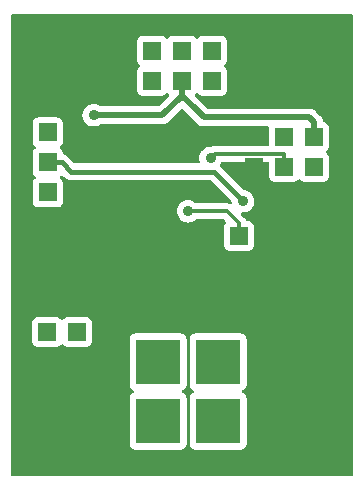
<source format=gbr>
%TF.GenerationSoftware,KiCad,Pcbnew,6.0.11+dfsg-1~bpo11+1*%
%TF.CreationDate,2023-05-28T01:27:10+00:00*%
%TF.ProjectId,I2CADC01,49324341-4443-4303-912e-6b696361645f,rev?*%
%TF.SameCoordinates,Original*%
%TF.FileFunction,Copper,L1,Top*%
%TF.FilePolarity,Positive*%
%FSLAX46Y46*%
G04 Gerber Fmt 4.6, Leading zero omitted, Abs format (unit mm)*
G04 Created by KiCad (PCBNEW 6.0.11+dfsg-1~bpo11+1) date 2023-05-28 01:27:10*
%MOMM*%
%LPD*%
G01*
G04 APERTURE LIST*
%TA.AperFunction,ComponentPad*%
%ADD10R,1.524000X1.524000*%
%TD*%
%TA.AperFunction,ComponentPad*%
%ADD11C,6.000000*%
%TD*%
%TA.AperFunction,ComponentPad*%
%ADD12R,3.810000X3.810000*%
%TD*%
%TA.AperFunction,ViaPad*%
%ADD13C,0.889000*%
%TD*%
%TA.AperFunction,Conductor*%
%ADD14C,0.500000*%
%TD*%
%TA.AperFunction,Conductor*%
%ADD15C,0.300000*%
%TD*%
%TA.AperFunction,Conductor*%
%ADD16C,0.400000*%
%TD*%
G04 APERTURE END LIST*
D10*
%TO.P,J1,1*%
%TO.N,GND*%
X3810000Y15494000D03*
%TO.P,J1,2*%
X6350000Y15494000D03*
%TO.P,J1,3*%
%TO.N,Net-(C5-Pad2)*%
X3810000Y12954000D03*
%TO.P,J1,4*%
X6350000Y12954000D03*
%TO.P,J1,5*%
%TO.N,GND*%
X3810000Y10414000D03*
%TO.P,J1,6*%
X6350000Y10414000D03*
%TD*%
%TO.P,J3,1*%
%TO.N,GND*%
X22606000Y21082000D03*
%TO.P,J3,2*%
%TO.N,Net-(J3-Pad2)*%
X20066000Y21082000D03*
%TD*%
%TO.P,J5,1*%
%TO.N,VCC*%
X26416000Y26924000D03*
%TO.P,J5,2*%
%TO.N,/CA0*%
X23876000Y26924000D03*
%TD*%
%TO.P,J6,1*%
%TO.N,VCC*%
X26416000Y29464000D03*
%TO.P,J6,2*%
%TO.N,/CA1*%
X23876000Y29464000D03*
%TD*%
%TO.P,J7,1*%
%TO.N,GND*%
X20320000Y36766500D03*
%TO.P,J7,2*%
X20320000Y34226500D03*
%TO.P,J7,3*%
%TO.N,/SDA*%
X17780000Y36766500D03*
%TO.P,J7,4*%
X17780000Y34226500D03*
%TO.P,J7,5*%
%TO.N,VCC*%
X15240000Y36766500D03*
%TO.P,J7,6*%
X15240000Y34226500D03*
%TO.P,J7,7*%
%TO.N,/SCL*%
X12700000Y36766500D03*
%TO.P,J7,8*%
X12700000Y34226500D03*
%TO.P,J7,9*%
%TO.N,GND*%
X10160000Y36766500D03*
%TO.P,J7,10*%
X10160000Y34226500D03*
%TD*%
D11*
%TO.P,M1,1*%
%TO.N,GND*%
X5080000Y35560000D03*
%TD*%
%TO.P,M2,1*%
%TO.N,GND*%
X25400000Y5080000D03*
%TD*%
%TO.P,M3,1*%
%TO.N,GND*%
X25400000Y35560000D03*
%TD*%
%TO.P,M4,1*%
%TO.N,GND*%
X5080000Y5080000D03*
%TD*%
D12*
%TO.P,P1,1*%
%TO.N,Net-(P1-Pad1)*%
X18288000Y5414000D03*
X18288000Y10414000D03*
%TD*%
%TO.P,P2,1*%
%TO.N,Net-(P2-Pad1)*%
X13208000Y10414000D03*
X13208000Y5414000D03*
%TD*%
D10*
%TO.P,J4,1*%
%TO.N,Net-(C8-Pad2)*%
X3873500Y29845000D03*
%TO.P,J4,2*%
%TO.N,Net-(J4-Pad2)*%
X3873500Y27305000D03*
%TO.P,J4,3*%
%TO.N,VCC*%
X3873500Y24765000D03*
%TD*%
%TO.P,J8,1*%
%TO.N,GND*%
X21336000Y26924000D03*
%TO.P,J8,2*%
X21336000Y29464000D03*
%TD*%
D13*
%TO.N,VCC*%
X7757524Y31309999D03*
%TO.N,Net-(J3-Pad2)*%
X15748000Y23177500D03*
%TO.N,/CA0*%
X17653000Y27686000D03*
%TO.N,Net-(J4-Pad2)*%
X20402158Y24041436D03*
%TD*%
D14*
%TO.N,VCC*%
X15240000Y32964500D02*
X16409241Y31795259D01*
X15240000Y32964500D02*
X13585499Y31309999D01*
X15240000Y34226500D02*
X15240000Y32964500D01*
X26027000Y31115000D02*
X17089500Y31115000D01*
X17089500Y31115000D02*
X16409241Y31795259D01*
X12558207Y31309999D02*
X7757524Y31309999D01*
X13585499Y31309999D02*
X12558207Y31309999D01*
X26416000Y30726000D02*
X26027000Y31115000D01*
X26416000Y30726000D02*
X26416000Y29464000D01*
D15*
%TO.N,Net-(J3-Pad2)*%
X15748000Y23177500D02*
X19032500Y23177500D01*
X19032500Y23177500D02*
X20066000Y22144000D01*
X20066000Y22144000D02*
X20066000Y21082000D01*
%TO.N,/CA0*%
X18003001Y28036001D02*
X17653000Y27686000D01*
X23876000Y27986000D02*
X23825999Y28036001D01*
X23876000Y26924000D02*
X23876000Y27986000D01*
X23825999Y28036001D02*
X18003001Y28036001D01*
D16*
%TO.N,Net-(J4-Pad2)*%
X3873500Y27305000D02*
X5035500Y27305000D01*
X5816501Y26523999D02*
X8495526Y26523999D01*
X5035500Y27305000D02*
X5816501Y26523999D01*
X17919595Y26523999D02*
X20402158Y24041436D01*
X8495526Y26523999D02*
X17919595Y26523999D01*
%TD*%
%TA.AperFunction,Conductor*%
%TO.N,GND*%
G36*
X29659621Y39857498D02*
G01*
X29706114Y39803842D01*
X29717500Y39751500D01*
X29717500Y888500D01*
X29697498Y820379D01*
X29643842Y773886D01*
X29591500Y762500D01*
X888500Y762500D01*
X820379Y782502D01*
X773886Y836158D01*
X762500Y888500D01*
X762500Y3460866D01*
X10794500Y3460866D01*
X10801255Y3398684D01*
X10852385Y3262295D01*
X10939739Y3145739D01*
X11056295Y3058385D01*
X11192684Y3007255D01*
X11254866Y3000500D01*
X15161134Y3000500D01*
X15223316Y3007255D01*
X15359705Y3058385D01*
X15476261Y3145739D01*
X15563615Y3262295D01*
X15614745Y3398684D01*
X15621500Y3460866D01*
X15874500Y3460866D01*
X15881255Y3398684D01*
X15932385Y3262295D01*
X16019739Y3145739D01*
X16136295Y3058385D01*
X16272684Y3007255D01*
X16334866Y3000500D01*
X20241134Y3000500D01*
X20303316Y3007255D01*
X20439705Y3058385D01*
X20556261Y3145739D01*
X20643615Y3262295D01*
X20694745Y3398684D01*
X20701500Y3460866D01*
X20701500Y7367134D01*
X20694745Y7429316D01*
X20643615Y7565705D01*
X20556261Y7682261D01*
X20439705Y7769615D01*
X20431296Y7772767D01*
X20431295Y7772768D01*
X20369276Y7796018D01*
X20312511Y7838659D01*
X20287811Y7905221D01*
X20303018Y7974570D01*
X20353304Y8024688D01*
X20369276Y8031982D01*
X20431295Y8055232D01*
X20431296Y8055233D01*
X20439705Y8058385D01*
X20556261Y8145739D01*
X20643615Y8262295D01*
X20694745Y8398684D01*
X20701500Y8460866D01*
X20701500Y12367134D01*
X20694745Y12429316D01*
X20643615Y12565705D01*
X20556261Y12682261D01*
X20439705Y12769615D01*
X20303316Y12820745D01*
X20241134Y12827500D01*
X16334866Y12827500D01*
X16272684Y12820745D01*
X16136295Y12769615D01*
X16019739Y12682261D01*
X15932385Y12565705D01*
X15881255Y12429316D01*
X15874500Y12367134D01*
X15874500Y8460866D01*
X15881255Y8398684D01*
X15932385Y8262295D01*
X16019739Y8145739D01*
X16136295Y8058385D01*
X16144704Y8055233D01*
X16144705Y8055232D01*
X16206724Y8031982D01*
X16263489Y7989341D01*
X16288189Y7922779D01*
X16272982Y7853430D01*
X16222696Y7803312D01*
X16206724Y7796018D01*
X16144705Y7772768D01*
X16144704Y7772767D01*
X16136295Y7769615D01*
X16019739Y7682261D01*
X15932385Y7565705D01*
X15881255Y7429316D01*
X15874500Y7367134D01*
X15874500Y3460866D01*
X15621500Y3460866D01*
X15621500Y7367134D01*
X15614745Y7429316D01*
X15563615Y7565705D01*
X15476261Y7682261D01*
X15359705Y7769615D01*
X15351296Y7772767D01*
X15351295Y7772768D01*
X15289276Y7796018D01*
X15232511Y7838659D01*
X15207811Y7905221D01*
X15223018Y7974570D01*
X15273304Y8024688D01*
X15289276Y8031982D01*
X15351295Y8055232D01*
X15351296Y8055233D01*
X15359705Y8058385D01*
X15476261Y8145739D01*
X15563615Y8262295D01*
X15614745Y8398684D01*
X15621500Y8460866D01*
X15621500Y12367134D01*
X15614745Y12429316D01*
X15563615Y12565705D01*
X15476261Y12682261D01*
X15359705Y12769615D01*
X15223316Y12820745D01*
X15161134Y12827500D01*
X11254866Y12827500D01*
X11192684Y12820745D01*
X11056295Y12769615D01*
X10939739Y12682261D01*
X10852385Y12565705D01*
X10801255Y12429316D01*
X10794500Y12367134D01*
X10794500Y8460866D01*
X10801255Y8398684D01*
X10852385Y8262295D01*
X10939739Y8145739D01*
X11056295Y8058385D01*
X11064704Y8055233D01*
X11064705Y8055232D01*
X11126724Y8031982D01*
X11183489Y7989341D01*
X11208189Y7922779D01*
X11192982Y7853430D01*
X11142696Y7803312D01*
X11126724Y7796018D01*
X11064705Y7772768D01*
X11064704Y7772767D01*
X11056295Y7769615D01*
X10939739Y7682261D01*
X10852385Y7565705D01*
X10801255Y7429316D01*
X10794500Y7367134D01*
X10794500Y3460866D01*
X762500Y3460866D01*
X762500Y12143866D01*
X2539500Y12143866D01*
X2546255Y12081684D01*
X2597385Y11945295D01*
X2684739Y11828739D01*
X2801295Y11741385D01*
X2937684Y11690255D01*
X2999866Y11683500D01*
X4620134Y11683500D01*
X4682316Y11690255D01*
X4818705Y11741385D01*
X4935261Y11828739D01*
X4979174Y11887332D01*
X5036033Y11929847D01*
X5106852Y11934873D01*
X5169145Y11900813D01*
X5180825Y11887333D01*
X5224739Y11828739D01*
X5341295Y11741385D01*
X5477684Y11690255D01*
X5539866Y11683500D01*
X7160134Y11683500D01*
X7222316Y11690255D01*
X7358705Y11741385D01*
X7475261Y11828739D01*
X7562615Y11945295D01*
X7613745Y12081684D01*
X7620500Y12143866D01*
X7620500Y13764134D01*
X7613745Y13826316D01*
X7562615Y13962705D01*
X7475261Y14079261D01*
X7358705Y14166615D01*
X7222316Y14217745D01*
X7160134Y14224500D01*
X5539866Y14224500D01*
X5477684Y14217745D01*
X5341295Y14166615D01*
X5224739Y14079261D01*
X5219358Y14072081D01*
X5180826Y14020668D01*
X5123967Y13978153D01*
X5053148Y13973127D01*
X4990855Y14007187D01*
X4979174Y14020668D01*
X4940642Y14072081D01*
X4935261Y14079261D01*
X4818705Y14166615D01*
X4682316Y14217745D01*
X4620134Y14224500D01*
X2999866Y14224500D01*
X2937684Y14217745D01*
X2801295Y14166615D01*
X2684739Y14079261D01*
X2597385Y13962705D01*
X2546255Y13826316D01*
X2539500Y13764134D01*
X2539500Y12143866D01*
X762500Y12143866D01*
X762500Y23954866D01*
X2603000Y23954866D01*
X2609755Y23892684D01*
X2660885Y23756295D01*
X2748239Y23639739D01*
X2864795Y23552385D01*
X3001184Y23501255D01*
X3063366Y23494500D01*
X4683634Y23494500D01*
X4745816Y23501255D01*
X4882205Y23552385D01*
X4998761Y23639739D01*
X5086115Y23756295D01*
X5137245Y23892684D01*
X5144000Y23954866D01*
X5144000Y25575134D01*
X5137245Y25637316D01*
X5086115Y25773705D01*
X4998761Y25890261D01*
X4940168Y25934174D01*
X4897653Y25991033D01*
X4892627Y26061852D01*
X4926687Y26124145D01*
X4940168Y26135826D01*
X4998761Y26179739D01*
X5000214Y26177801D01*
X5051093Y26205584D01*
X5121908Y26200519D01*
X5166971Y26171559D01*
X5246144Y26092385D01*
X5295066Y26043463D01*
X5300919Y26037198D01*
X5338940Y25993614D01*
X5391230Y25956863D01*
X5396472Y25952971D01*
X5446783Y25913523D01*
X5453702Y25910399D01*
X5455994Y25909011D01*
X5470666Y25900642D01*
X5473026Y25899377D01*
X5479240Y25895009D01*
X5486319Y25892249D01*
X5486321Y25892248D01*
X5538776Y25871797D01*
X5544845Y25869246D01*
X5603074Y25842954D01*
X5610547Y25841569D01*
X5613113Y25840765D01*
X5629336Y25836144D01*
X5631928Y25835479D01*
X5639010Y25832717D01*
X5646545Y25831725D01*
X5702362Y25824377D01*
X5708878Y25823345D01*
X5747271Y25816229D01*
X5771687Y25811704D01*
X5779267Y25812141D01*
X5779268Y25812141D01*
X5833881Y25815290D01*
X5841134Y25815499D01*
X17573935Y25815499D01*
X17642056Y25795497D01*
X17663030Y25778594D01*
X19417336Y24024287D01*
X19451362Y23961975D01*
X19453799Y23945738D01*
X19456099Y23918353D01*
X19441869Y23848799D01*
X19392293Y23797979D01*
X19323111Y23782028D01*
X19284158Y23790657D01*
X19283782Y23790806D01*
X19276837Y23794624D01*
X19256059Y23799959D01*
X19237369Y23806358D01*
X19217676Y23814880D01*
X19172052Y23822106D01*
X19160429Y23824513D01*
X19132428Y23831702D01*
X19115688Y23836000D01*
X19094241Y23836000D01*
X19074531Y23837551D01*
X19061177Y23839666D01*
X19053348Y23840906D01*
X19007359Y23836559D01*
X18995504Y23836000D01*
X16492517Y23836000D01*
X16424396Y23856002D01*
X16412202Y23864915D01*
X16369138Y23900540D01*
X16283489Y23971395D01*
X16119089Y24060286D01*
X16029821Y24087919D01*
X15946441Y24113730D01*
X15946438Y24113731D01*
X15940554Y24115552D01*
X15934429Y24116196D01*
X15934428Y24116196D01*
X15760813Y24134444D01*
X15760812Y24134444D01*
X15754685Y24135088D01*
X15636087Y24124294D01*
X15574703Y24118708D01*
X15574702Y24118708D01*
X15568562Y24118149D01*
X15562648Y24116408D01*
X15562646Y24116408D01*
X15440466Y24080448D01*
X15389273Y24065381D01*
X15223647Y23978795D01*
X15077995Y23861687D01*
X14957862Y23718519D01*
X14954899Y23713130D01*
X14954896Y23713125D01*
X14911594Y23634358D01*
X14867826Y23554743D01*
X14811315Y23376599D01*
X14790482Y23190870D01*
X14790998Y23184726D01*
X14801414Y23060690D01*
X14806121Y23004633D01*
X14857636Y22824980D01*
X14943064Y22658754D01*
X14946887Y22653930D01*
X14946890Y22653926D01*
X15052170Y22521098D01*
X15059152Y22512288D01*
X15063846Y22508293D01*
X15150443Y22434593D01*
X15201478Y22391158D01*
X15364621Y22299981D01*
X15542367Y22242228D01*
X15727945Y22220099D01*
X15734080Y22220571D01*
X15734082Y22220571D01*
X15790119Y22224883D01*
X15914287Y22234437D01*
X16094296Y22284696D01*
X16099785Y22287469D01*
X16099791Y22287471D01*
X16177159Y22326553D01*
X16261114Y22368962D01*
X16289524Y22391158D01*
X16403536Y22480235D01*
X16408387Y22484025D01*
X16409241Y22485014D01*
X16470871Y22516738D01*
X16494639Y22519000D01*
X18707550Y22519000D01*
X18775671Y22498998D01*
X18796645Y22482095D01*
X18919502Y22359238D01*
X18953528Y22296926D01*
X18948463Y22226111D01*
X18931233Y22194578D01*
X18858771Y22097892D01*
X18858770Y22097890D01*
X18853385Y22090705D01*
X18802255Y21954316D01*
X18795500Y21892134D01*
X18795500Y20271866D01*
X18802255Y20209684D01*
X18853385Y20073295D01*
X18940739Y19956739D01*
X19057295Y19869385D01*
X19193684Y19818255D01*
X19255866Y19811500D01*
X20876134Y19811500D01*
X20938316Y19818255D01*
X21074705Y19869385D01*
X21191261Y19956739D01*
X21278615Y20073295D01*
X21329745Y20209684D01*
X21336500Y20271866D01*
X21336500Y21892134D01*
X21329745Y21954316D01*
X21278615Y22090705D01*
X21191261Y22207261D01*
X21074705Y22294615D01*
X20938316Y22345745D01*
X20876134Y22352500D01*
X20779600Y22352500D01*
X20711479Y22372502D01*
X20671149Y22414357D01*
X20664225Y22426065D01*
X20655534Y22443805D01*
X20647635Y22463756D01*
X20620482Y22501129D01*
X20613967Y22511048D01*
X20594493Y22543977D01*
X20594490Y22543981D01*
X20590453Y22550807D01*
X20575289Y22565971D01*
X20562448Y22581005D01*
X20554501Y22591943D01*
X20549841Y22598357D01*
X20514247Y22627803D01*
X20505468Y22635792D01*
X20270533Y22870727D01*
X20236507Y22933039D01*
X20241572Y23003854D01*
X20284119Y23060690D01*
X20350639Y23085501D01*
X20374547Y23084936D01*
X20382103Y23084035D01*
X20388238Y23084507D01*
X20388240Y23084507D01*
X20444277Y23088819D01*
X20568445Y23098373D01*
X20748454Y23148632D01*
X20753943Y23151405D01*
X20753949Y23151407D01*
X20844196Y23196995D01*
X20915272Y23232898D01*
X21062545Y23347961D01*
X21066571Y23352625D01*
X21066574Y23352628D01*
X21180638Y23484773D01*
X21184665Y23489438D01*
X21266991Y23634358D01*
X21273936Y23646584D01*
X21273937Y23646585D01*
X21276979Y23651941D01*
X21297781Y23714472D01*
X21316089Y23769510D01*
X21335972Y23829279D01*
X21343982Y23892684D01*
X21358954Y24011195D01*
X21358955Y24011204D01*
X21359396Y24014698D01*
X21359769Y24041436D01*
X21341531Y24227437D01*
X21287513Y24406353D01*
X21199773Y24571370D01*
X21195878Y24576146D01*
X21085546Y24711426D01*
X21085543Y24711429D01*
X21081651Y24716201D01*
X21076902Y24720130D01*
X20942397Y24831402D01*
X20942394Y24831404D01*
X20937647Y24835331D01*
X20773247Y24924222D01*
X20594712Y24979488D01*
X20588587Y24980132D01*
X20588586Y24980132D01*
X20542078Y24985020D01*
X20495342Y24989932D01*
X20429685Y25016945D01*
X20419417Y25026147D01*
X18458477Y26987087D01*
X18424451Y27049399D01*
X18429516Y27120214D01*
X18438016Y27138419D01*
X18524777Y27291146D01*
X18524778Y27291149D01*
X18527821Y27296505D01*
X18529765Y27302350D01*
X18529943Y27302749D01*
X18575922Y27356845D01*
X18645050Y27377501D01*
X22479500Y27377501D01*
X22547621Y27357499D01*
X22594114Y27303843D01*
X22605500Y27251501D01*
X22605500Y26113866D01*
X22612255Y26051684D01*
X22663385Y25915295D01*
X22750739Y25798739D01*
X22867295Y25711385D01*
X23003684Y25660255D01*
X23065866Y25653500D01*
X24686134Y25653500D01*
X24748316Y25660255D01*
X24884705Y25711385D01*
X25001261Y25798739D01*
X25045174Y25857332D01*
X25102033Y25899847D01*
X25172852Y25904873D01*
X25235145Y25870813D01*
X25246825Y25857333D01*
X25290739Y25798739D01*
X25407295Y25711385D01*
X25543684Y25660255D01*
X25605866Y25653500D01*
X27226134Y25653500D01*
X27288316Y25660255D01*
X27424705Y25711385D01*
X27541261Y25798739D01*
X27628615Y25915295D01*
X27679745Y26051684D01*
X27686500Y26113866D01*
X27686500Y27734134D01*
X27679745Y27796316D01*
X27628615Y27932705D01*
X27541261Y28049261D01*
X27482668Y28093174D01*
X27440153Y28150033D01*
X27435127Y28220852D01*
X27469187Y28283145D01*
X27482668Y28294826D01*
X27541261Y28338739D01*
X27628615Y28455295D01*
X27679745Y28591684D01*
X27686500Y28653866D01*
X27686500Y30274134D01*
X27679745Y30336316D01*
X27628615Y30472705D01*
X27541261Y30589261D01*
X27424705Y30676615D01*
X27288316Y30727745D01*
X27279432Y30728710D01*
X27278686Y30729020D01*
X27272778Y30730425D01*
X27273005Y30731380D01*
X27213872Y30755949D01*
X27173443Y30814311D01*
X27167453Y30843758D01*
X27165454Y30868339D01*
X27165453Y30868342D01*
X27164860Y30875637D01*
X27162604Y30882601D01*
X27161413Y30888560D01*
X27160029Y30894415D01*
X27159182Y30901681D01*
X27134265Y30970327D01*
X27132848Y30974455D01*
X27112607Y31036936D01*
X27112606Y31036938D01*
X27110351Y31043899D01*
X27106555Y31050154D01*
X27104049Y31055628D01*
X27101330Y31061058D01*
X27098833Y31067937D01*
X27058814Y31128976D01*
X27056467Y31132695D01*
X27050049Y31143272D01*
X27018595Y31195107D01*
X27011197Y31203484D01*
X27011224Y31203508D01*
X27008571Y31206500D01*
X27005868Y31209733D01*
X27001856Y31215852D01*
X26945617Y31269128D01*
X26943175Y31271506D01*
X26610770Y31603911D01*
X26598384Y31618323D01*
X26589851Y31629918D01*
X26589846Y31629923D01*
X26585508Y31635818D01*
X26579930Y31640557D01*
X26579927Y31640560D01*
X26545232Y31670035D01*
X26537716Y31676965D01*
X26532021Y31682660D01*
X26525880Y31687518D01*
X26509749Y31700281D01*
X26506345Y31703072D01*
X26456297Y31745591D01*
X26456295Y31745592D01*
X26450715Y31750333D01*
X26444199Y31753661D01*
X26439150Y31757028D01*
X26434021Y31760195D01*
X26428284Y31764734D01*
X26362125Y31795655D01*
X26358225Y31797561D01*
X26348114Y31802724D01*
X26293192Y31830769D01*
X26286084Y31832508D01*
X26280441Y31834607D01*
X26274678Y31836524D01*
X26268050Y31839622D01*
X26196583Y31854487D01*
X26192299Y31855457D01*
X26191163Y31855735D01*
X26121390Y31872808D01*
X26115788Y31873156D01*
X26115785Y31873156D01*
X26110236Y31873500D01*
X26110238Y31873536D01*
X26106245Y31873775D01*
X26102053Y31874149D01*
X26094885Y31875640D01*
X26028675Y31873849D01*
X26017479Y31873546D01*
X26014072Y31873500D01*
X17455871Y31873500D01*
X17387750Y31893502D01*
X17366776Y31910405D01*
X16358797Y32918384D01*
X16324771Y32980696D01*
X16329836Y33051511D01*
X16358574Y33096228D01*
X16365261Y33101239D01*
X16409174Y33159832D01*
X16466033Y33202347D01*
X16536852Y33207373D01*
X16599145Y33173313D01*
X16610825Y33159833D01*
X16654739Y33101239D01*
X16771295Y33013885D01*
X16907684Y32962755D01*
X16969866Y32956000D01*
X18590134Y32956000D01*
X18652316Y32962755D01*
X18788705Y33013885D01*
X18905261Y33101239D01*
X18992615Y33217795D01*
X19043745Y33354184D01*
X19050500Y33416366D01*
X19050500Y35036634D01*
X19043745Y35098816D01*
X18992615Y35235205D01*
X18905261Y35351761D01*
X18846668Y35395674D01*
X18804153Y35452533D01*
X18799127Y35523352D01*
X18833187Y35585645D01*
X18846668Y35597326D01*
X18898081Y35635858D01*
X18905261Y35641239D01*
X18992615Y35757795D01*
X19043745Y35894184D01*
X19050500Y35956366D01*
X19050500Y37576634D01*
X19043745Y37638816D01*
X18992615Y37775205D01*
X18905261Y37891761D01*
X18788705Y37979115D01*
X18652316Y38030245D01*
X18590134Y38037000D01*
X16969866Y38037000D01*
X16907684Y38030245D01*
X16771295Y37979115D01*
X16654739Y37891761D01*
X16649358Y37884581D01*
X16610826Y37833168D01*
X16553967Y37790653D01*
X16483148Y37785627D01*
X16420855Y37819687D01*
X16409174Y37833168D01*
X16370642Y37884581D01*
X16365261Y37891761D01*
X16248705Y37979115D01*
X16112316Y38030245D01*
X16050134Y38037000D01*
X14429866Y38037000D01*
X14367684Y38030245D01*
X14231295Y37979115D01*
X14114739Y37891761D01*
X14109358Y37884581D01*
X14070826Y37833168D01*
X14013967Y37790653D01*
X13943148Y37785627D01*
X13880855Y37819687D01*
X13869174Y37833168D01*
X13830642Y37884581D01*
X13825261Y37891761D01*
X13708705Y37979115D01*
X13572316Y38030245D01*
X13510134Y38037000D01*
X11889866Y38037000D01*
X11827684Y38030245D01*
X11691295Y37979115D01*
X11574739Y37891761D01*
X11487385Y37775205D01*
X11436255Y37638816D01*
X11429500Y37576634D01*
X11429500Y35956366D01*
X11436255Y35894184D01*
X11487385Y35757795D01*
X11574739Y35641239D01*
X11581919Y35635858D01*
X11633332Y35597326D01*
X11675847Y35540467D01*
X11680873Y35469648D01*
X11646813Y35407355D01*
X11633333Y35395675D01*
X11574739Y35351761D01*
X11487385Y35235205D01*
X11436255Y35098816D01*
X11429500Y35036634D01*
X11429500Y33416366D01*
X11436255Y33354184D01*
X11487385Y33217795D01*
X11574739Y33101239D01*
X11691295Y33013885D01*
X11827684Y32962755D01*
X11889866Y32956000D01*
X13510134Y32956000D01*
X13572316Y32962755D01*
X13708705Y33013885D01*
X13825261Y33101239D01*
X13869174Y33159832D01*
X13926033Y33202347D01*
X13996852Y33207373D01*
X14059145Y33173313D01*
X14070825Y33159833D01*
X14114739Y33101239D01*
X14121369Y33096270D01*
X14155229Y33034262D01*
X14150164Y32963447D01*
X14121203Y32918384D01*
X13308223Y32105404D01*
X13245911Y32071378D01*
X13219128Y32068499D01*
X8381161Y32068499D01*
X8313040Y32088501D01*
X8300847Y32097413D01*
X8297761Y32099966D01*
X8297762Y32099966D01*
X8293013Y32103894D01*
X8128613Y32192785D01*
X8039345Y32220418D01*
X7955965Y32246229D01*
X7955962Y32246230D01*
X7950078Y32248051D01*
X7943953Y32248695D01*
X7943952Y32248695D01*
X7770337Y32266943D01*
X7770336Y32266943D01*
X7764209Y32267587D01*
X7645611Y32256793D01*
X7584227Y32251207D01*
X7584226Y32251207D01*
X7578086Y32250648D01*
X7572172Y32248907D01*
X7572170Y32248907D01*
X7449990Y32212947D01*
X7398797Y32197880D01*
X7233171Y32111294D01*
X7087519Y31994186D01*
X6967386Y31851018D01*
X6964423Y31845629D01*
X6964420Y31845624D01*
X6921653Y31767829D01*
X6877350Y31687242D01*
X6875489Y31681375D01*
X6875488Y31681373D01*
X6862541Y31640560D01*
X6820839Y31509098D01*
X6800006Y31323369D01*
X6800522Y31317225D01*
X6810777Y31195107D01*
X6815645Y31137132D01*
X6867160Y30957479D01*
X6952588Y30791253D01*
X6956411Y30786429D01*
X6956414Y30786425D01*
X7040951Y30679767D01*
X7068676Y30644787D01*
X7073370Y30640792D01*
X7183113Y30547393D01*
X7211002Y30523657D01*
X7374145Y30432480D01*
X7551891Y30374727D01*
X7737469Y30352598D01*
X7743604Y30353070D01*
X7743606Y30353070D01*
X7814524Y30358527D01*
X7923811Y30366936D01*
X8103820Y30417195D01*
X8109309Y30419968D01*
X8109315Y30419970D01*
X8198982Y30465265D01*
X8270638Y30501461D01*
X8275489Y30505251D01*
X8275492Y30505253D01*
X8300495Y30524788D01*
X8366490Y30550966D01*
X8378069Y30551499D01*
X13518429Y30551499D01*
X13537379Y30550066D01*
X13551614Y30547900D01*
X13551618Y30547900D01*
X13558848Y30546800D01*
X13566140Y30547393D01*
X13566143Y30547393D01*
X13611517Y30551084D01*
X13621732Y30551499D01*
X13629792Y30551499D01*
X13643082Y30553048D01*
X13658006Y30554788D01*
X13662381Y30555221D01*
X13727838Y30560545D01*
X13727841Y30560546D01*
X13735136Y30561139D01*
X13742100Y30563395D01*
X13748059Y30564586D01*
X13753914Y30565970D01*
X13761180Y30566817D01*
X13829826Y30591734D01*
X13833954Y30593151D01*
X13896435Y30613392D01*
X13896437Y30613393D01*
X13903398Y30615648D01*
X13909653Y30619444D01*
X13915127Y30621950D01*
X13920557Y30624669D01*
X13927436Y30627166D01*
X13948219Y30640792D01*
X13988475Y30667185D01*
X13992179Y30669522D01*
X14054606Y30707404D01*
X14062983Y30714802D01*
X14063007Y30714775D01*
X14065999Y30717428D01*
X14069232Y30720131D01*
X14075351Y30724143D01*
X14128627Y30780382D01*
X14131005Y30782824D01*
X15150905Y31802724D01*
X15213217Y31836750D01*
X15284032Y31831685D01*
X15329095Y31802724D01*
X16505730Y30626089D01*
X16518116Y30611677D01*
X16526649Y30600082D01*
X16526654Y30600077D01*
X16530992Y30594182D01*
X16536570Y30589443D01*
X16536573Y30589440D01*
X16571268Y30559965D01*
X16578784Y30553035D01*
X16584480Y30547339D01*
X16587341Y30545076D01*
X16587346Y30545071D01*
X16606766Y30529707D01*
X16610167Y30526918D01*
X16665785Y30479667D01*
X16672305Y30476338D01*
X16677352Y30472972D01*
X16682476Y30469807D01*
X16688217Y30465265D01*
X16694848Y30462166D01*
X16694851Y30462164D01*
X16754330Y30434366D01*
X16758276Y30432438D01*
X16778599Y30422060D01*
X16788128Y30417195D01*
X16823308Y30399231D01*
X16830414Y30397492D01*
X16836064Y30395391D01*
X16841821Y30393476D01*
X16848450Y30390378D01*
X16919935Y30375509D01*
X16924201Y30374543D01*
X16995110Y30357192D01*
X17000712Y30356844D01*
X17000715Y30356844D01*
X17006264Y30356500D01*
X17006262Y30356465D01*
X17010234Y30356225D01*
X17014455Y30355848D01*
X17021615Y30354359D01*
X17099042Y30356454D01*
X17102450Y30356500D01*
X22479500Y30356500D01*
X22547621Y30336498D01*
X22594114Y30282842D01*
X22605500Y30230500D01*
X22605500Y28820501D01*
X22585498Y28752380D01*
X22531842Y28705887D01*
X22479500Y28694501D01*
X18085057Y28694501D01*
X18073201Y28695060D01*
X18073198Y28695060D01*
X18065464Y28696789D01*
X18010447Y28695060D01*
X17994632Y28694563D01*
X17990674Y28694501D01*
X17961569Y28694501D01*
X17957169Y28693945D01*
X17945337Y28693013D01*
X17899170Y28691563D01*
X17878580Y28685581D01*
X17859219Y28681571D01*
X17852231Y28680689D01*
X17845797Y28679876D01*
X17845796Y28679876D01*
X17837937Y28678883D01*
X17830572Y28675967D01*
X17830568Y28675966D01*
X17794980Y28661875D01*
X17783770Y28658036D01*
X17739401Y28645146D01*
X17739400Y28645145D01*
X17738623Y28647818D01*
X17690066Y28640395D01*
X17665815Y28642944D01*
X17665812Y28642944D01*
X17659685Y28643588D01*
X17584100Y28636709D01*
X17479703Y28627208D01*
X17479702Y28627208D01*
X17473562Y28626649D01*
X17467648Y28624908D01*
X17467646Y28624908D01*
X17381454Y28599540D01*
X17294273Y28573881D01*
X17288808Y28571024D01*
X17186645Y28517615D01*
X17128647Y28487295D01*
X16982995Y28370187D01*
X16919759Y28294826D01*
X16872049Y28237967D01*
X16862862Y28227019D01*
X16859899Y28221630D01*
X16859896Y28221625D01*
X16801353Y28115134D01*
X16772826Y28063243D01*
X16770965Y28057376D01*
X16770964Y28057374D01*
X16766113Y28042081D01*
X16716315Y27885099D01*
X16695482Y27699370D01*
X16711121Y27513133D01*
X16712819Y27507212D01*
X16712819Y27507211D01*
X16745503Y27393230D01*
X16745052Y27322234D01*
X16706291Y27262753D01*
X16641524Y27233670D01*
X16624384Y27232499D01*
X6162161Y27232499D01*
X6094040Y27252501D01*
X6073066Y27269404D01*
X5556950Y27785520D01*
X5551096Y27791785D01*
X5540689Y27803715D01*
X5513061Y27835385D01*
X5460780Y27872129D01*
X5455486Y27876061D01*
X5411193Y27910791D01*
X5405218Y27915476D01*
X5398302Y27918599D01*
X5396016Y27919983D01*
X5381335Y27928357D01*
X5378975Y27929622D01*
X5372761Y27933990D01*
X5365682Y27936750D01*
X5365680Y27936751D01*
X5313225Y27957202D01*
X5307156Y27959753D01*
X5248927Y27986045D01*
X5241459Y27987429D01*
X5234208Y27989702D01*
X5235070Y27992454D01*
X5183687Y28018492D01*
X5147762Y28079728D01*
X5144242Y28108323D01*
X5144184Y28108320D01*
X5144138Y28109162D01*
X5144000Y28110286D01*
X5144000Y28115134D01*
X5137245Y28177316D01*
X5086115Y28313705D01*
X4998761Y28430261D01*
X4940168Y28474174D01*
X4897653Y28531033D01*
X4892627Y28601852D01*
X4926687Y28664145D01*
X4940168Y28675826D01*
X4963350Y28693200D01*
X4998761Y28719739D01*
X5086115Y28836295D01*
X5137245Y28972684D01*
X5144000Y29034866D01*
X5144000Y30655134D01*
X5137245Y30717316D01*
X5086115Y30853705D01*
X4998761Y30970261D01*
X4882205Y31057615D01*
X4745816Y31108745D01*
X4683634Y31115500D01*
X3063366Y31115500D01*
X3001184Y31108745D01*
X2864795Y31057615D01*
X2748239Y30970261D01*
X2660885Y30853705D01*
X2609755Y30717316D01*
X2603000Y30655134D01*
X2603000Y29034866D01*
X2609755Y28972684D01*
X2660885Y28836295D01*
X2748239Y28719739D01*
X2783650Y28693200D01*
X2806832Y28675826D01*
X2849347Y28618967D01*
X2854373Y28548148D01*
X2820313Y28485855D01*
X2806833Y28474175D01*
X2748239Y28430261D01*
X2660885Y28313705D01*
X2609755Y28177316D01*
X2603000Y28115134D01*
X2603000Y26494866D01*
X2609755Y26432684D01*
X2660885Y26296295D01*
X2748239Y26179739D01*
X2755419Y26174358D01*
X2806832Y26135826D01*
X2849347Y26078967D01*
X2854373Y26008148D01*
X2820313Y25945855D01*
X2806833Y25934175D01*
X2748239Y25890261D01*
X2660885Y25773705D01*
X2609755Y25637316D01*
X2603000Y25575134D01*
X2603000Y23954866D01*
X762500Y23954866D01*
X762500Y39751500D01*
X782502Y39819621D01*
X836158Y39866114D01*
X888500Y39877500D01*
X29591500Y39877500D01*
X29659621Y39857498D01*
G37*
%TD.AperFunction*%
%TD*%
M02*

</source>
